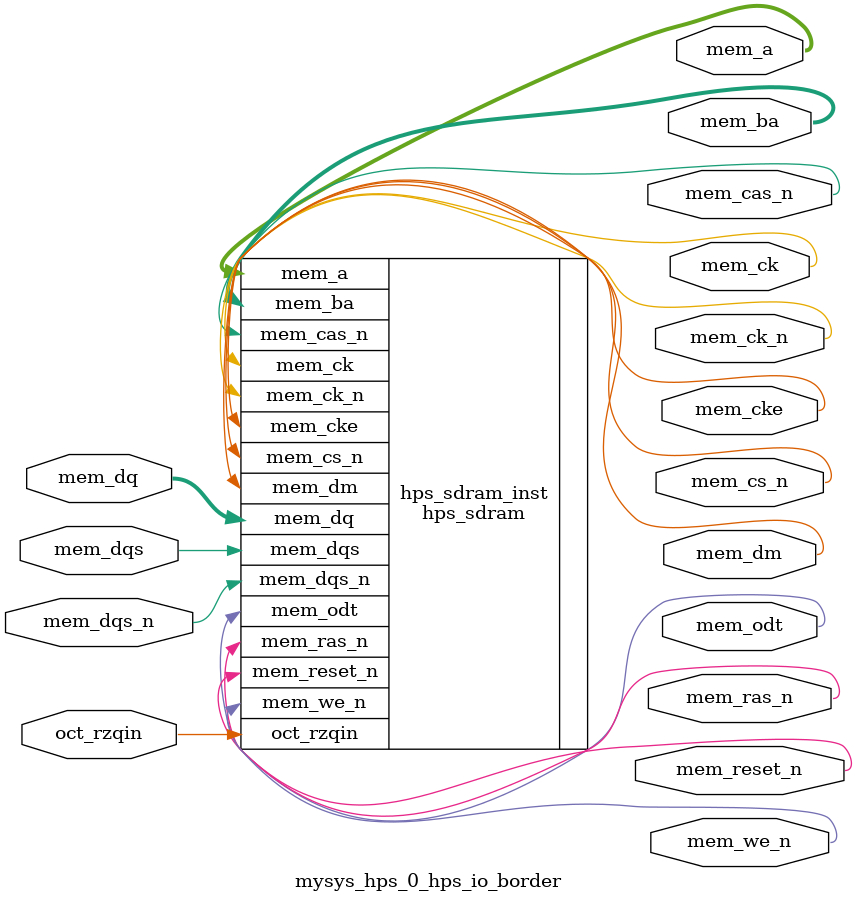
<source format=sv>


module mysys_hps_0_hps_io_border(
// memory
  output wire [13 - 1 : 0 ] mem_a
 ,output wire [3 - 1 : 0 ] mem_ba
 ,output wire [1 - 1 : 0 ] mem_ck
 ,output wire [1 - 1 : 0 ] mem_ck_n
 ,output wire [1 - 1 : 0 ] mem_cke
 ,output wire [1 - 1 : 0 ] mem_cs_n
 ,output wire [1 - 1 : 0 ] mem_ras_n
 ,output wire [1 - 1 : 0 ] mem_cas_n
 ,output wire [1 - 1 : 0 ] mem_we_n
 ,output wire [1 - 1 : 0 ] mem_reset_n
 ,inout wire [8 - 1 : 0 ] mem_dq
 ,inout wire [1 - 1 : 0 ] mem_dqs
 ,inout wire [1 - 1 : 0 ] mem_dqs_n
 ,output wire [1 - 1 : 0 ] mem_odt
 ,output wire [1 - 1 : 0 ] mem_dm
 ,input wire [1 - 1 : 0 ] oct_rzqin
);


hps_sdram hps_sdram_inst(
 .mem_dq({
    mem_dq[7:0] // 7:0
  })
,.mem_odt({
    mem_odt[0:0] // 0:0
  })
,.mem_ras_n({
    mem_ras_n[0:0] // 0:0
  })
,.mem_dqs_n({
    mem_dqs_n[0:0] // 0:0
  })
,.mem_dqs({
    mem_dqs[0:0] // 0:0
  })
,.mem_dm({
    mem_dm[0:0] // 0:0
  })
,.mem_we_n({
    mem_we_n[0:0] // 0:0
  })
,.mem_cas_n({
    mem_cas_n[0:0] // 0:0
  })
,.mem_ba({
    mem_ba[2:0] // 2:0
  })
,.mem_a({
    mem_a[12:0] // 12:0
  })
,.mem_cs_n({
    mem_cs_n[0:0] // 0:0
  })
,.mem_ck({
    mem_ck[0:0] // 0:0
  })
,.mem_cke({
    mem_cke[0:0] // 0:0
  })
,.oct_rzqin({
    oct_rzqin[0:0] // 0:0
  })
,.mem_reset_n({
    mem_reset_n[0:0] // 0:0
  })
,.mem_ck_n({
    mem_ck_n[0:0] // 0:0
  })
);

endmodule


</source>
